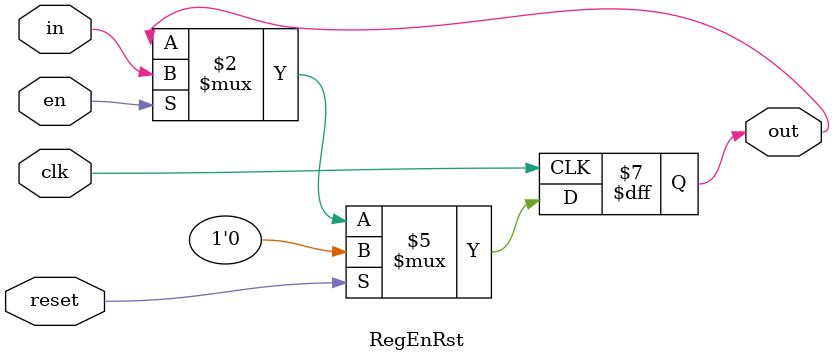
<source format=v>

`ifndef REGS_V
`define REGS_V


module Reg
#(
    parameter nbits = 1
 )
(
  input                  clk,
  input      [nbits-1:0] in,
  output reg [nbits-1:0] out
);

  always @( posedge clk ) begin
    out <= in;
  end
  
endmodule

//------------------------------------------------------------------------
// Register with enable
//------------------------------------------------------------------------

module RegEn
#(
    parameter nbits = 1
 )
(
  input                  clk,
  input                  en,
  input      [nbits-1:0] in,
  output reg [nbits-1:0] out
);

  always @( posedge clk ) begin
    if ( en )
      out <= in;
  end
  
endmodule

//------------------------------------------------------------------------
// Register with reset
//------------------------------------------------------------------------

module RegRst
#(
    parameter nbits = 1,
    parameter reset_value = 0
 )
(
  input                  clk,
  input                  reset,
  input      [nbits-1:0] in,
  output reg [nbits-1:0] out
);

  always @( posedge clk ) begin
    if ( reset )
      out <= reset_value;
    else
      out <= in;
  end

endmodule

//------------------------------------------------------------------------
// Register with enable and reset
//------------------------------------------------------------------------

module RegEnRst
#(
    parameter nbits = 1,
    parameter reset_value = 0
 )
(
  input                  clk,
  input                  reset,
  input                  en,
  input      [nbits-1:0] in,
  output reg [nbits-1:0] out
);

  always @( posedge clk ) begin
    if ( reset )
      out <= reset_value;
    else if ( en )
      out <= in;
  end

endmodule

`endif /* REGS_V */
</source>
